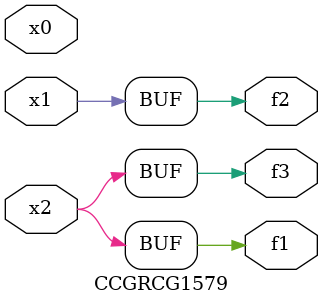
<source format=v>
module CCGRCG1579(
	input x0, x1, x2,
	output f1, f2, f3
);
	assign f1 = x2;
	assign f2 = x1;
	assign f3 = x2;
endmodule

</source>
